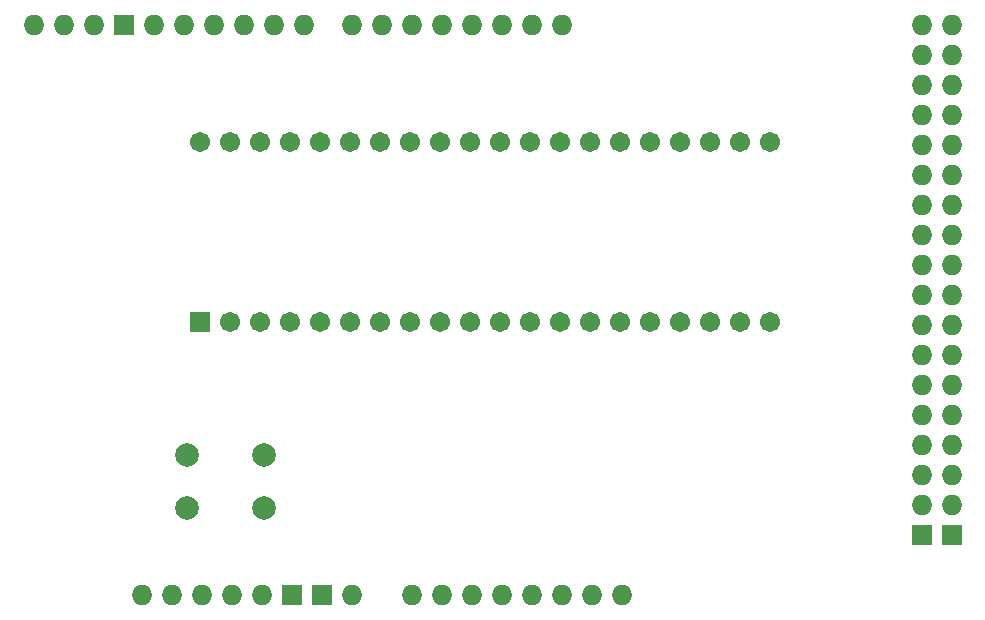
<source format=gbr>
G04 #@! TF.GenerationSoftware,KiCad,Pcbnew,8.0.4-unknown-202407162209~ee573a1480~ubuntu24.04.1*
G04 #@! TF.CreationDate,2024-08-25T10:10:20+01:00*
G04 #@! TF.ProjectId,ZXMUX Tester,5a584d55-5820-4546-9573-7465722e6b69,1.1*
G04 #@! TF.SameCoordinates,Original*
G04 #@! TF.FileFunction,Soldermask,Bot*
G04 #@! TF.FilePolarity,Negative*
%FSLAX46Y46*%
G04 Gerber Fmt 4.6, Leading zero omitted, Abs format (unit mm)*
G04 Created by KiCad (PCBNEW 8.0.4-unknown-202407162209~ee573a1480~ubuntu24.04.1) date 2024-08-25 10:10:20*
%MOMM*%
%LPD*%
G01*
G04 APERTURE LIST*
G04 Aperture macros list*
%AMRoundRect*
0 Rectangle with rounded corners*
0 $1 Rounding radius*
0 $2 $3 $4 $5 $6 $7 $8 $9 X,Y pos of 4 corners*
0 Add a 4 corners polygon primitive as box body*
4,1,4,$2,$3,$4,$5,$6,$7,$8,$9,$2,$3,0*
0 Add four circle primitives for the rounded corners*
1,1,$1+$1,$2,$3*
1,1,$1+$1,$4,$5*
1,1,$1+$1,$6,$7*
1,1,$1+$1,$8,$9*
0 Add four rect primitives between the rounded corners*
20,1,$1+$1,$2,$3,$4,$5,0*
20,1,$1+$1,$4,$5,$6,$7,0*
20,1,$1+$1,$6,$7,$8,$9,0*
20,1,$1+$1,$8,$9,$2,$3,0*%
G04 Aperture macros list end*
%ADD10C,2.000000*%
%ADD11O,1.727200X1.727200*%
%ADD12R,1.727200X1.727200*%
%ADD13RoundRect,0.102000X0.754000X-0.754000X0.754000X0.754000X-0.754000X0.754000X-0.754000X-0.754000X0*%
%ADD14C,1.712000*%
G04 APERTURE END LIST*
D10*
G04 #@! TO.C,SW1*
X144070000Y-93319600D03*
X150570000Y-93319600D03*
X144070000Y-97819600D03*
X150570000Y-97819600D03*
G04 #@! TD*
D11*
G04 #@! TO.C,XA1*
X140208000Y-105156000D03*
X147828000Y-105156000D03*
X150368000Y-105156000D03*
X206248000Y-56896000D03*
X208788000Y-56896000D03*
X163068000Y-105156000D03*
X165608000Y-105156000D03*
X168148000Y-105156000D03*
X170688000Y-105156000D03*
X173228000Y-105156000D03*
X175768000Y-105156000D03*
X178308000Y-105156000D03*
X180848000Y-105156000D03*
X136144000Y-56896000D03*
X175768000Y-56896000D03*
X173228000Y-56896000D03*
X170688000Y-56896000D03*
X168148000Y-56896000D03*
X165608000Y-56896000D03*
X163068000Y-56896000D03*
X160528000Y-56896000D03*
X157988000Y-56896000D03*
X153924000Y-56896000D03*
X151384000Y-56896000D03*
X148844000Y-56896000D03*
X146304000Y-56896000D03*
X143764000Y-56896000D03*
X141224000Y-56896000D03*
X206248000Y-59436000D03*
X208788000Y-59436000D03*
X206248000Y-61976000D03*
X208788000Y-61976000D03*
X206248000Y-64516000D03*
X208788000Y-64516000D03*
X206248000Y-67056000D03*
X208788000Y-67056000D03*
X206248000Y-69596000D03*
X208788000Y-69596000D03*
X206248000Y-72136000D03*
X208788000Y-72136000D03*
X206248000Y-74676000D03*
X208788000Y-74676000D03*
X206248000Y-77216000D03*
X208788000Y-77216000D03*
X206248000Y-79756000D03*
X208788000Y-79756000D03*
X206248000Y-82296000D03*
X208788000Y-82296000D03*
X206248000Y-84836000D03*
X208788000Y-84836000D03*
X206248000Y-87376000D03*
X208788000Y-87376000D03*
X206248000Y-89916000D03*
X208788000Y-89916000D03*
X206248000Y-92456000D03*
X208788000Y-92456000D03*
X206248000Y-94996000D03*
X208788000Y-94996000D03*
X206248000Y-97536000D03*
X208788000Y-97536000D03*
D12*
X138684000Y-56896000D03*
X152908000Y-105156000D03*
X155448000Y-105156000D03*
X206248000Y-100076000D03*
X208788000Y-100076000D03*
D11*
X142748000Y-105156000D03*
X145288000Y-105156000D03*
X131064000Y-56896000D03*
X133604000Y-56896000D03*
X157988000Y-105156000D03*
G04 #@! TD*
D13*
G04 #@! TO.C,U1*
X145135600Y-82042000D03*
D14*
X147675600Y-82042000D03*
X150215600Y-82042000D03*
X152755600Y-82042000D03*
X155295600Y-82042000D03*
X157835600Y-82042000D03*
X160375600Y-82042000D03*
X162915600Y-82042000D03*
X165455600Y-82042000D03*
X167995600Y-82042000D03*
X170535600Y-82042000D03*
X173075600Y-82042000D03*
X175615600Y-82042000D03*
X178155600Y-82042000D03*
X180695600Y-82042000D03*
X183235600Y-82042000D03*
X185775600Y-82042000D03*
X188315600Y-82042000D03*
X190855600Y-82042000D03*
X193395600Y-82042000D03*
X193395600Y-66802000D03*
X190855600Y-66802000D03*
X188315600Y-66802000D03*
X185775600Y-66802000D03*
X183235600Y-66802000D03*
X180695600Y-66802000D03*
X178155600Y-66802000D03*
X175615600Y-66802000D03*
X173075600Y-66802000D03*
X170535600Y-66802000D03*
X167995600Y-66802000D03*
X165455600Y-66802000D03*
X162915600Y-66802000D03*
X160375600Y-66802000D03*
X157835600Y-66802000D03*
X155295600Y-66802000D03*
X152755600Y-66802000D03*
X150215600Y-66802000D03*
X147675600Y-66802000D03*
X145135600Y-66802000D03*
G04 #@! TD*
M02*

</source>
